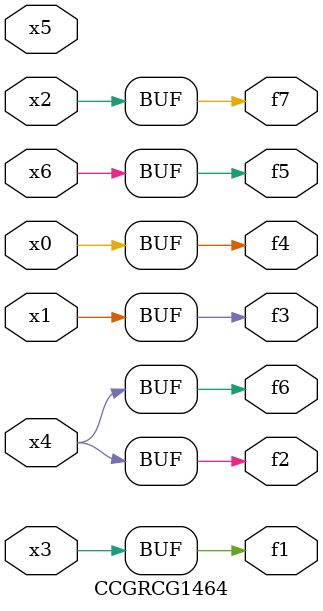
<source format=v>
module CCGRCG1464(
	input x0, x1, x2, x3, x4, x5, x6,
	output f1, f2, f3, f4, f5, f6, f7
);
	assign f1 = x3;
	assign f2 = x4;
	assign f3 = x1;
	assign f4 = x0;
	assign f5 = x6;
	assign f6 = x4;
	assign f7 = x2;
endmodule

</source>
